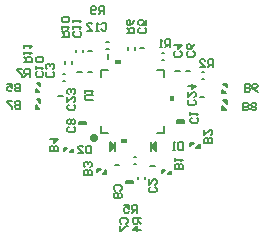
<source format=gbo>
G04*
G04 #@! TF.GenerationSoftware,Altium Limited,Altium Designer,19.0.6 (157)*
G04*
G04 Layer_Color=65280*
%FSLAX25Y25*%
%MOIN*%
G70*
G01*
G75*
%ADD10C,0.00600*%
%ADD13C,0.02600*%
G36*
X98819Y106693D02*
Y105512D01*
X100787D01*
Y106693D01*
X98819D01*
D02*
G37*
G36*
Y131890D02*
Y133071D01*
X96850D01*
Y131890D01*
X98819D01*
D02*
G37*
G36*
X115354Y119291D02*
X116535D01*
Y121260D01*
X115354D01*
Y119291D01*
D02*
G37*
D10*
X103150Y98425D02*
X103937D01*
X103150Y100787D02*
X103937D01*
X110092Y103331D02*
Y105331D01*
X110592Y102831D02*
Y104331D01*
Y105831D01*
X109843Y103581D02*
Y105081D01*
X109092Y102831D02*
Y105831D01*
Y104331D02*
X110592Y102831D01*
X109092Y104331D02*
X110592Y105831D01*
X109092Y104331D02*
X110592D01*
X112598Y96575D02*
X113779D01*
X112598Y95394D02*
Y96575D01*
Y95394D02*
X113779Y96575D01*
X112598Y95985D02*
X113189Y96575D01*
X115157Y95000D02*
X115748Y95591D01*
X114567Y95000D02*
X115748Y96181D01*
Y95000D02*
Y96181D01*
X114567Y95000D02*
X115748D01*
X108661Y97638D02*
X110236D01*
X104724Y93307D02*
Y94095D01*
X107087Y93307D02*
Y94095D01*
X102953Y92126D02*
Y92913D01*
X100591Y92126D02*
Y92913D01*
Y92126D02*
X102953D01*
X100591Y92520D02*
X102953D01*
X100591Y92913D02*
X102953D01*
X95813Y103331D02*
Y105331D01*
X95313Y104331D02*
Y105831D01*
Y102831D02*
Y104331D01*
X96063Y103581D02*
Y105081D01*
X96813Y102831D02*
Y105831D01*
X95313D02*
X96813Y104331D01*
X95313Y102831D02*
X96813Y104331D01*
X95313D02*
X96813D01*
X96850Y98032D02*
X98425D01*
X92913Y95276D02*
X94095D01*
Y96457D01*
X92913Y95276D02*
X94095Y96457D01*
X93504Y95276D02*
X94095Y95866D01*
X90945Y96260D02*
X91535Y96850D01*
X90945Y95669D02*
X92126Y96850D01*
X90945Y95669D02*
Y96850D01*
X92126D01*
X112598Y133071D02*
X113386D01*
X112598Y135433D02*
X113386D01*
X105118Y137008D02*
X106693D01*
X101181Y136614D02*
Y137402D01*
X103543Y136614D02*
Y137402D01*
X94095Y139252D02*
X94882D01*
X94095Y136889D02*
X94882D01*
X94488Y133583D02*
Y135158D01*
X86221Y135827D02*
Y136614D01*
X83858Y135827D02*
Y136614D01*
X87795Y136221D02*
X89370D01*
X87795Y129134D02*
X89370D01*
X80315Y131890D02*
Y132677D01*
X82677Y131890D02*
Y132677D01*
X79527Y128347D02*
X80315D01*
X79527Y125984D02*
X80315D01*
X84252Y129134D02*
X85827D01*
X77953Y121260D02*
X79527D01*
X72047Y124409D02*
Y125591D01*
X70866D02*
X72047D01*
X70866D02*
X72047Y124409D01*
X71457Y125591D02*
X72047Y125000D01*
X70472Y123031D02*
X71063Y122441D01*
X70472Y123622D02*
X71653Y122441D01*
X70472D02*
X71653D01*
X70472D02*
Y123622D01*
X72047Y118898D02*
Y120079D01*
X70866D02*
X72047D01*
X70866D02*
X72047Y118898D01*
X71457Y120079D02*
X72047Y119488D01*
X70472Y117520D02*
X71063Y116929D01*
X70472Y118110D02*
X71653Y116929D01*
X70472D02*
X71653D01*
X70472D02*
Y118110D01*
X85039Y111811D02*
X87402D01*
X85039Y112205D02*
X87402D01*
X85039Y112598D02*
X87402D01*
Y111811D02*
Y112598D01*
X85039Y111811D02*
Y112598D01*
X81890Y102362D02*
X83071D01*
Y103543D01*
X81890Y102362D02*
X83071Y103543D01*
X82480Y102362D02*
X83071Y102953D01*
X79921Y103347D02*
X80512Y103937D01*
X79921Y102756D02*
X81102Y103937D01*
X79921Y102756D02*
Y103937D01*
X81102D01*
X92126Y127508D02*
Y129921D01*
X94539D01*
X110973D02*
X113386D01*
Y127508D02*
Y129921D01*
X110973Y108661D02*
X113386D01*
Y111074D01*
X92126Y108661D02*
X94539D01*
X92126D02*
Y111074D01*
X116929Y129527D02*
X118504D01*
X120472D02*
X122047D01*
X125984Y129134D02*
X126772D01*
X125984Y126772D02*
X126772D01*
X125197Y120866D02*
X126772D01*
X117717Y112205D02*
X120079D01*
X117717Y112598D02*
X120079D01*
X117717Y112992D02*
X120079D01*
Y112205D02*
Y112992D01*
X117717Y112205D02*
Y112992D01*
X122047Y105512D02*
X123228D01*
X122047Y104331D02*
Y105512D01*
Y104331D02*
X123228Y105512D01*
X122047Y104921D02*
X122638Y105512D01*
X124606Y103937D02*
X125197Y104528D01*
X124016Y103937D02*
X125197Y105118D01*
Y103937D02*
Y105118D01*
X124016Y103937D02*
X125197D01*
X134252Y124016D02*
Y125197D01*
X133071D02*
X134252D01*
X133071D02*
X134252Y124016D01*
X133661Y125197D02*
X134252Y124606D01*
X132677Y122638D02*
X133268Y122047D01*
X132677Y123228D02*
X133858Y122047D01*
X132677D02*
X133858D01*
X132677D02*
Y123228D01*
X134252Y118504D02*
Y119685D01*
X133071D02*
X134252D01*
X133071D02*
X134252Y118504D01*
X133661Y119685D02*
X134252Y119095D01*
X132677Y117126D02*
X133268Y116535D01*
X132677Y117717D02*
X133858Y116535D01*
X132677D02*
X133858D01*
X132677D02*
Y117717D01*
X139764Y116298D02*
Y118898D01*
X141063D01*
X141497Y118465D01*
Y118031D01*
X141063Y117598D01*
X139764D01*
X141063D01*
X141497Y117165D01*
Y116732D01*
X141063Y116298D01*
X139764D01*
X142363Y116732D02*
X142796Y116298D01*
X143663D01*
X144096Y116732D01*
Y117165D01*
X143663Y117598D01*
X144096Y118031D01*
Y118465D01*
X143663Y118898D01*
X142796D01*
X142363Y118465D01*
Y118031D01*
X142796Y117598D01*
X142363Y117165D01*
Y116732D01*
X142796Y117598D02*
X143663D01*
X65354Y119528D02*
Y116929D01*
X64055D01*
X63622Y117362D01*
Y117796D01*
X64055Y118229D01*
X65354D01*
X64055D01*
X63622Y118662D01*
Y119095D01*
X64055Y119528D01*
X65354D01*
X62755D02*
X61022D01*
Y119095D01*
X62755Y117362D01*
Y116929D01*
X140157Y122598D02*
Y125197D01*
X141457D01*
X141890Y124764D01*
Y124330D01*
X141457Y123897D01*
X140157D01*
X141457D01*
X141890Y123464D01*
Y123031D01*
X141457Y122598D01*
X140157D01*
X144489D02*
X143623Y123031D01*
X142757Y123897D01*
Y124764D01*
X143190Y125197D01*
X144056D01*
X144489Y124764D01*
Y124330D01*
X144056Y123897D01*
X142757D01*
X65354Y125237D02*
Y122638D01*
X64055D01*
X63622Y123071D01*
Y123504D01*
X64055Y123937D01*
X65354D01*
X64055D01*
X63622Y124371D01*
Y124804D01*
X64055Y125237D01*
X65354D01*
X61022D02*
X62755D01*
Y123937D01*
X61889Y124371D01*
X61456D01*
X61022Y123937D01*
Y123071D01*
X61456Y122638D01*
X62322D01*
X62755Y123071D01*
X123426Y119843D02*
X123859Y119410D01*
Y118543D01*
X123426Y118110D01*
X121693D01*
X121260Y118543D01*
Y119410D01*
X121693Y119843D01*
X121260Y122442D02*
Y120709D01*
X122993Y122442D01*
X123426D01*
X123859Y122009D01*
Y121143D01*
X123426Y120709D01*
X121260Y124608D02*
X123859D01*
X122559Y123309D01*
Y125041D01*
X83268Y118268D02*
X83701Y117835D01*
Y116969D01*
X83268Y116535D01*
X81536D01*
X81102Y116969D01*
Y117835D01*
X81536Y118268D01*
X81102Y120867D02*
Y119135D01*
X82835Y120867D01*
X83268D01*
X83701Y120434D01*
Y119568D01*
X83268Y119135D01*
Y121734D02*
X83701Y122167D01*
Y123033D01*
X83268Y123467D01*
X82835D01*
X82402Y123033D01*
Y122600D01*
Y123033D01*
X81969Y123467D01*
X81536D01*
X81102Y123033D01*
Y122167D01*
X81536Y121734D01*
X118701Y135985D02*
X119135Y135552D01*
Y134685D01*
X118701Y134252D01*
X116969D01*
X116535Y134685D01*
Y135552D01*
X116969Y135985D01*
X116535Y138151D02*
X119135D01*
X117835Y136851D01*
Y138584D01*
X79134Y140945D02*
X81733D01*
Y142245D01*
X81300Y142678D01*
X80433D01*
X80000Y142245D01*
Y140945D01*
Y141811D02*
X79134Y142678D01*
Y143544D02*
Y144410D01*
Y143977D01*
X81733D01*
X81300Y143544D01*
Y145710D02*
X81733Y146143D01*
Y147010D01*
X81300Y147443D01*
X79567D01*
X79134Y147010D01*
Y146143D01*
X79567Y145710D01*
X81300D01*
X66535Y132480D02*
X69135D01*
Y133780D01*
X68701Y134213D01*
X67835D01*
X67402Y133780D01*
Y132480D01*
Y133347D02*
X66535Y134213D01*
Y135080D02*
Y135946D01*
Y135513D01*
X69135D01*
X68701Y135080D01*
X66535Y137245D02*
Y138112D01*
Y137679D01*
X69135D01*
X68701Y137245D01*
X77796Y102756D02*
X75197D01*
Y104056D01*
X75630Y104489D01*
X76063D01*
X76496Y104056D01*
Y102756D01*
Y104056D01*
X76930Y104489D01*
X77363D01*
X77796Y104056D01*
Y102756D01*
X75197Y106655D02*
X77796D01*
X76496Y105355D01*
Y107088D01*
X89213Y94882D02*
X86614D01*
Y96181D01*
X87047Y96615D01*
X87481D01*
X87914Y96181D01*
Y94882D01*
Y96181D01*
X88347Y96615D01*
X88780D01*
X89213Y96181D01*
Y94882D01*
X88780Y97481D02*
X89213Y97914D01*
Y98781D01*
X88780Y99214D01*
X88347D01*
X87914Y98781D01*
Y98347D01*
Y98781D01*
X87481Y99214D01*
X87047D01*
X86614Y98781D01*
Y97914D01*
X87047Y97481D01*
X129371Y105512D02*
X126772D01*
Y106811D01*
X127205Y107245D01*
X127638D01*
X128071Y106811D01*
Y105512D01*
Y106811D01*
X128504Y107245D01*
X128938D01*
X129371Y106811D01*
Y105512D01*
X126772Y109844D02*
Y108111D01*
X128504Y109844D01*
X128938D01*
X129371Y109411D01*
Y108544D01*
X128938Y108111D01*
X119528Y96850D02*
X116929D01*
Y98150D01*
X117362Y98583D01*
X117796D01*
X118229Y98150D01*
Y96850D01*
Y98150D01*
X118662Y98583D01*
X119095D01*
X119528Y98150D01*
Y96850D01*
X116929Y99449D02*
Y100316D01*
Y99883D01*
X119528D01*
X119095Y99449D01*
X89607Y119685D02*
X87441D01*
X87008Y120118D01*
Y120985D01*
X87441Y121418D01*
X89607D01*
X87008Y122284D02*
Y123151D01*
Y122717D01*
X89607D01*
X89174Y122284D01*
X93307Y148425D02*
Y151024D01*
X92007D01*
X91574Y150591D01*
Y149725D01*
X92007Y149292D01*
X93307D01*
X92441D02*
X91574Y148425D01*
X90708Y148858D02*
X90275Y148425D01*
X89408D01*
X88975Y148858D01*
Y150591D01*
X89408Y151024D01*
X90275D01*
X90708Y150591D01*
Y150158D01*
X90275Y149725D01*
X88975D01*
X68504Y127559D02*
Y130158D01*
X67204D01*
X66771Y129725D01*
Y128859D01*
X67204Y128426D01*
X68504D01*
X67637D02*
X66771Y127559D01*
X65905Y130158D02*
X64172D01*
Y129725D01*
X65905Y127992D01*
Y127559D01*
X100787Y142126D02*
X103387D01*
Y143426D01*
X102953Y143859D01*
X102087D01*
X101654Y143426D01*
Y142126D01*
Y142992D02*
X100787Y143859D01*
X103387Y146458D02*
X102953Y145591D01*
X102087Y144725D01*
X101221D01*
X100787Y145158D01*
Y146025D01*
X101221Y146458D01*
X101654D01*
X102087Y146025D01*
Y144725D01*
X104331Y82284D02*
Y84883D01*
X103031D01*
X102598Y84449D01*
Y83583D01*
X103031Y83150D01*
X104331D01*
X103464D02*
X102598Y82284D01*
X99999Y84883D02*
X101732D01*
Y83583D01*
X100865Y84016D01*
X100432D01*
X99999Y83583D01*
Y82717D01*
X100432Y82284D01*
X101298D01*
X101732Y82717D01*
X105512Y80315D02*
X102913D01*
Y79015D01*
X103346Y78582D01*
X104212D01*
X104645Y79015D01*
Y80315D01*
Y79449D02*
X105512Y78582D01*
Y76416D02*
X102913D01*
X104212Y77716D01*
Y75983D01*
X129528Y130709D02*
Y133308D01*
X128228D01*
X127795Y132875D01*
Y132008D01*
X128228Y131575D01*
X129528D01*
X128661D02*
X127795Y130709D01*
X125196D02*
X126928D01*
X125196Y132441D01*
Y132875D01*
X125629Y133308D01*
X126495D01*
X126928Y132875D01*
X115354Y137402D02*
Y140001D01*
X114055D01*
X113622Y139567D01*
Y138701D01*
X114055Y138268D01*
X115354D01*
X114488D02*
X113622Y137402D01*
X112755D02*
X111889D01*
X112322D01*
Y140001D01*
X112755Y139567D01*
X88976Y104568D02*
Y101969D01*
X87677D01*
X87244Y102402D01*
Y104135D01*
X87677Y104568D01*
X88976D01*
X84644Y101969D02*
X86377D01*
X84644Y103701D01*
Y104135D01*
X85078Y104568D01*
X85944D01*
X86377Y104135D01*
X119685Y105749D02*
Y103150D01*
X118386D01*
X117952Y103583D01*
Y105316D01*
X118386Y105749D01*
X119685D01*
X117086Y103150D02*
X116219D01*
X116653D01*
Y105749D01*
X117086Y105316D01*
X92362Y145079D02*
X92795Y145513D01*
X93661D01*
X94095Y145079D01*
Y143347D01*
X93661Y142913D01*
X92795D01*
X92362Y143347D01*
X91495Y142913D02*
X90629D01*
X91062D01*
Y145513D01*
X91495Y145079D01*
X87597Y142913D02*
X89329D01*
X87597Y144646D01*
Y145079D01*
X88030Y145513D01*
X88896D01*
X89329Y145079D01*
X85237Y142678D02*
X85670Y142245D01*
Y141378D01*
X85237Y140945D01*
X83504D01*
X83071Y141378D01*
Y142245D01*
X83504Y142678D01*
X83071Y143544D02*
Y144410D01*
Y143977D01*
X85670D01*
X85237Y143544D01*
X83071Y145710D02*
Y146576D01*
Y146143D01*
X85670D01*
X85237Y145710D01*
X72638Y129292D02*
X73072Y128859D01*
Y127992D01*
X72638Y127559D01*
X70906D01*
X70472Y127992D01*
Y128859D01*
X70906Y129292D01*
X70472Y130158D02*
Y131025D01*
Y130591D01*
X73072D01*
X72638Y130158D01*
Y132324D02*
X73072Y132757D01*
Y133624D01*
X72638Y134057D01*
X70906D01*
X70472Y133624D01*
Y132757D01*
X70906Y132324D01*
X72638D01*
X97047Y89606D02*
X96613Y90039D01*
Y90905D01*
X97047Y91339D01*
X98779D01*
X99213Y90905D01*
Y90039D01*
X98779Y89606D01*
Y88739D02*
X99213Y88306D01*
Y87440D01*
X98779Y87007D01*
X97047D01*
X96613Y87440D01*
Y88306D01*
X97047Y88739D01*
X97480D01*
X97913Y88306D01*
Y87007D01*
X83268Y110788D02*
X83701Y110355D01*
Y109488D01*
X83268Y109055D01*
X81536D01*
X81102Y109488D01*
Y110355D01*
X81536Y110788D01*
X83268Y111654D02*
X83701Y112088D01*
Y112954D01*
X83268Y113387D01*
X82835D01*
X82402Y112954D01*
X81969Y113387D01*
X81536D01*
X81102Y112954D01*
Y112088D01*
X81536Y111654D01*
X81969D01*
X82402Y112088D01*
X82835Y111654D01*
X83268D01*
X82402Y112088D02*
Y112954D01*
X99015Y78582D02*
X98582Y79015D01*
Y79882D01*
X99015Y80315D01*
X100748D01*
X101181Y79882D01*
Y79015D01*
X100748Y78582D01*
X98582Y77716D02*
Y75983D01*
X99015D01*
X100748Y77716D01*
X101181D01*
X123032Y135985D02*
X123465Y135552D01*
Y134685D01*
X123032Y134252D01*
X121299D01*
X120866Y134685D01*
Y135552D01*
X121299Y135985D01*
X123465Y138584D02*
X123032Y137717D01*
X122166Y136851D01*
X121299D01*
X120866Y137284D01*
Y138151D01*
X121299Y138584D01*
X121732D01*
X122166Y138151D01*
Y136851D01*
X106890Y143859D02*
X107324Y143426D01*
Y142559D01*
X106890Y142126D01*
X105158D01*
X104724Y142559D01*
Y143426D01*
X105158Y143859D01*
X107324Y146458D02*
Y144725D01*
X106024D01*
X106457Y145591D01*
Y146025D01*
X106024Y146458D01*
X105158D01*
X104724Y146025D01*
Y145158D01*
X105158Y144725D01*
X76182Y129241D02*
X76615Y128808D01*
Y127942D01*
X76182Y127508D01*
X74449D01*
X74016Y127942D01*
Y128808D01*
X74449Y129241D01*
X76182Y130108D02*
X76615Y130541D01*
Y131407D01*
X76182Y131840D01*
X75748D01*
X75315Y131407D01*
Y130974D01*
Y131407D01*
X74882Y131840D01*
X74449D01*
X74016Y131407D01*
Y130541D01*
X74449Y130108D01*
X110434Y90709D02*
X110867Y90276D01*
Y89410D01*
X110434Y88976D01*
X108701D01*
X108268Y89410D01*
Y90276D01*
X108701Y90709D01*
X108268Y93308D02*
Y91575D01*
X110001Y93308D01*
X110434D01*
X110867Y92875D01*
Y92009D01*
X110434Y91575D01*
X124213Y113937D02*
X124646Y113504D01*
Y112638D01*
X124213Y112205D01*
X122480D01*
X122047Y112638D01*
Y113504D01*
X122480Y113937D01*
X122047Y114804D02*
Y115670D01*
Y115237D01*
X124646D01*
X124213Y114804D01*
D13*
X89920Y107243D02*
X89820D01*
Y107143D01*
X89920D01*
Y107243D01*
M02*

</source>
